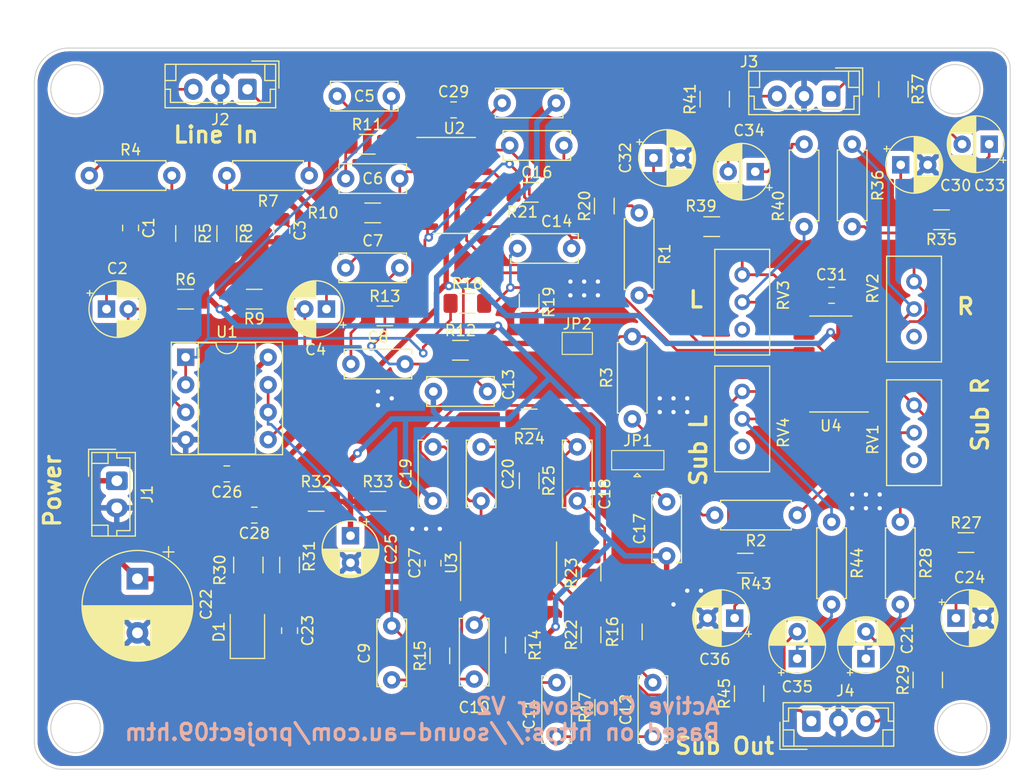
<source format=kicad_pcb>
(kicad_pcb (version 20221018) (generator pcbnew)
  (layers (0 "F.Cu" signal) (31 "B.Cu" signal) (34 "B.Paste" user) (35 "F.Paste" user) (36 "B.SilkS" user "B.Silkscreen") (37 "F.SilkS" user "F.Silkscreen") (38 "B.Mask" user) (39 "F.Mask" user) (44 "Edge.Cuts" user))
  (net 0 "")
  (net 1 "Net-(C1-Pad1)")
  (net 2 "VDD")
  (net 3 "Net-(U1A-+)")
  (net 4 "Net-(C3-Pad1)")
  (net 5 "Net-(U1B-+)")
  (net 6 "/Left HPF/in")
  (net 7 "Net-(C5-Pad2)")
  (net 8 "Net-(U2A-+)")
  (net 9 "/Left HPF/HPF Stage 2/in")
  (net 10 "Net-(C7-Pad2)")
  (net 11 "Net-(U2B-+)")
  (net 12 "/Right HPF/in")
  (net 13 "Net-(C10-Pad1)")
  (net 14 "Net-(U3A-+)")
  (net 15 "/Right HPF/HPF Stage 2/in")
  (net 16 "Net-(C11-Pad2)")
  (net 17 "Net-(U3B-+)")
  (net 18 "GNDREF")
  (net 19 "Net-(U2C-+)")
  (net 20 "Net-(C14-Pad1)")
  (net 21 "/Left LPF/LPF Stage 1/out")
  (net 22 "Net-(U2D-+)")
  (net 23 "Net-(C16-Pad1)")
  (net 24 "/Left LPF/out")
  (net 25 "Net-(U3C-+)")
  (net 26 "Net-(C18-Pad1)")
  (net 27 "/Right LPF/LPF Stage 1/out")
  (net 28 "Net-(U3D-+)")
  (net 29 "Net-(C20-Pad1)")
  (net 30 "/Right LPF/out")
  (net 31 "Net-(C21-Pad1)")
  (net 32 "/sub gain/out")
  (net 33 "VCC")
  (net 34 "/Power/Vin")
  (net 35 "Net-(C33-Pad1)")
  (net 36 "/Right gain/out")
  (net 37 "Net-(C34-Pad1)")
  (net 38 "/Left Gain/out")
  (net 39 "Net-(C35-Pad1)")
  (net 40 "/Sub Gain Stereo/out")
  (net 41 "Net-(D1-A)")
  (net 42 "/Left Input Buffer/In")
  (net 43 "/Right Input Buffer/In")
  (net 44 "Net-(JP1-A)")
  (net 45 "Net-(JP1-B)")
  (net 46 "/Sub Gain Stereo/in")
  (net 47 "/sub gain/in")
  (net 48 "/Left Gain/in")
  (net 49 "/Right HPF/out")
  (net 50 "Net-(U4C--)")
  (net 51 "Net-(R28-Pad1)")
  (net 52 "Net-(U4B--)")
  (net 53 "Net-(R36-Pad1)")
  (net 54 "Net-(U4A--)")
  (net 55 "Net-(R40-Pad1)")
  (net 56 "Net-(U4D--)")
  (net 57 "Net-(R44-Pad1)")
  (net 62 "Net-(C24-Pad1)")
  (net 63 "Net-(C30-Pad1)")
  (net 64 "Net-(C32-Pad1)")
  (net 65 "Net-(C36-Pad1)")
  (footprint "Resistor_SMD:R_1206_3216Metric_Pad1.30x1.75mm_HandSolder" (layer "F.Cu") (at 85.68 73.66 90)
    (fp_text reference "R20")
    (fp_text value "20K")
  )
  (footprint "Resistor_SMD:R_1206_3216Metric_Pad1.30x1.75mm_HandSolder" (layer "F.Cu") (at 88.265 113.03 90)
    (fp_text reference "R16")
    (fp_text value "39K")
  )
  (footprint "Resistor_SMD:R_1206_3216Metric_Pad1.30x1.75mm_HandSolder" (layer "F.Cu") (at 46.99 76.2 -90)
    (fp_text reference "R5")
    (fp_text value "22K")
  )
  (footprint "Capacitor_THT:C_Disc_D6.0mm_W2.5mm_P5.00mm" (layer "F.Cu") (at 66.04 112.475 -90)
    (fp_text reference "C9")
    (fp_text value "33nf")
  )
  (footprint "Capacitor_THT:CP_Radial_D5.0mm_P2.50mm" (layer "F.Cu") (at 118.1749 111.76)
    (fp_text reference "C24")
    (fp_text value "10u")
  )
  (footprint "Capacitor_THT:C_Disc_D6.0mm_W2.5mm_P5.00mm" (layer "F.Cu") (at 91.44 106.005 90)
    (fp_text reference "C17")
    (fp_text value "33nf")
  )
  (footprint "Capacitor_THT:C_Disc_D6.0mm_W2.5mm_P5.00mm" (layer "F.Cu") (at 69.85 100.925 90)
    (fp_text reference "C19")
    (fp_text value "33nf")
  )
  (footprint "Connector_JST:JST_EH_B3B-EH-A_1x03_P2.50mm_Vertical" (layer "F.Cu") (at 106.64 63.5 180)
    (fp_text reference "J3")
    (fp_text value "Tweeter Out")
  )
  (footprint "Capacitor_THT:CP_Radial_D5.0mm_P2.50mm" (layer "F.Cu") (at 90.2349 69.215)
    (fp_text reference "C32")
    (fp_text value "10u")
  )
  (footprint "Resistor_THT:R_Axial_DIN0207_L6.3mm_D2.5mm_P7.62mm_Horizontal" (layer "F.Cu") (at 108.585 67.945 -90)
    (fp_text reference "R36")
    (fp_text value "100")
  )
  (footprint "Capacitor_SMD:C_0805_2012Metric_Pad1.18x1.45mm_HandSolder" (layer "F.Cu") (at 71.755 64.77)
    (fp_text reference "C29")
    (fp_text value "100n")
  )
  (footprint "Capacitor_THT:CP_Radial_D5.0mm_P2.50mm" (layer "F.Cu") (at 99.6301 70.485 180)
    (fp_text reference "C34")
    (fp_text value "2.2U")
  )
  (footprint "Resistor_SMD:R_1206_3216Metric_Pad1.30x1.75mm_HandSolder" (layer "F.Cu") (at 98.705 106.68)
    (fp_text reference "R43")
    (fp_text value "10K")
  )
  (footprint "Capacitor_THT:C_Disc_D6.0mm_W2.5mm_P5.00mm" (layer "F.Cu") (at 66 63.5 180)
    (fp_text reference "C5")
    (fp_text value "33nf")
  )
  (footprint "Resistor_SMD:R_1210_3225Metric_Pad1.30x2.65mm_HandSolder" (layer "F.Cu") (at 115.57 117.475 90)
    (fp_text reference "R29")
    (fp_text value "4.7K")
  )
  (footprint "Resistor_SMD:R_1206_3216Metric_Pad1.30x1.75mm_HandSolder" (layer "F.Cu") (at 46.99 82.27)
    (fp_text reference "R6")
    (fp_text value "22K")
  )
  (footprint "Capacitor_THT:C_Disc_D6.0mm_W2.5mm_P5.00mm" (layer "F.Cu") (at 90.17 122.715 90)
    (fp_text reference "C12")
    (fp_text value "33nf")
  )
  (footprint "Package_SO:SOIC-14_3.9x8.7mm_P1.27mm" (layer "F.Cu") (at 106.615 88.265 180)
    (fp_text reference "U4")
    (fp_text value "TL074")
  )
  (footprint "Resistor_THT:R_Axial_DIN0207_L6.3mm_D2.5mm_P7.62mm_Horizontal" (layer "F.Cu") (at 113.03 102.87 -90)
    (fp_text reference "R28")
    (fp_text value "100")
  )
  (footprint "Capacitor_THT:C_Disc_D6.0mm_W2.5mm_P5.00mm" (layer "F.Cu") (at 74.295 95.925 -90)
    (fp_text reference "C20")
    (fp_text value "66nf")
  )
  (footprint "Resistor_SMD:R_1206_3216Metric_Pad1.30x1.75mm_HandSolder" (layer "F.Cu") (at 78.74 93.345 180)
    (fp_text reference "R24")
    (fp_text value "20K")
  )
  (footprint "Resistor_THT:R_Axial_DIN0207_L6.3mm_D2.5mm_P7.62mm_Horizontal" (layer "F.Cu") (at 38.1 70.84)
    (fp_text reference "R4")
    (fp_text value "100")
  )
  (footprint "Resistor_SMD:R_1206_3216Metric_Pad1.30x1.75mm_HandSolder" (layer "F.Cu") (at 78.85 72.39 180)
    (fp_text reference "R21")
    (fp_text value "20K")
  )
  (footprint "Resistor_SMD:R_1210_3225Metric_Pad1.30x2.65mm_HandSolder" (layer "F.Cu") (at 95.885 63.78 90)
    (fp_text reference "R41")
    (fp_text value "4.7K")
  )
  (footprint "Resistor_THT:R_Axial_DIN0207_L6.3mm_D2.5mm_P7.62mm_Horizontal" (layer "F.Cu") (at 88.265 93.345 90)
    (fp_text reference "R3")
    (fp_text value "100")
  )
  (footprint "Resistor_SMD:R_1206_3216Metric_Pad1.30x1.75mm_HandSolder" (layer "F.Cu") (at 77.47 114.26 -90)
    (fp_text reference "R14")
    (fp_text value "39K")
  )
  (footprint "LED_SMD:LED_1210_3225Metric_Pad1.42x2.65mm_HandSolder" (layer "F.Cu") (at 52.705 113.03 90)
    (fp_text reference "D1")
    (fp_text value "LED")
  )
  (footprint "Resistor_SMD:R_1210_3225Metric_Pad1.30x2.65mm_HandSolder" (layer "F.Cu") (at 52.79 106.8437 -90)
    (fp_text reference "R30")
    (fp_text value "2.2K")
  )
  (footprint "Resistor_SMD:R_1206_3216Metric_Pad1.30x1.75mm_HandSolder" (layer "F.Cu") (at 78.74 82.55 -90)
    (fp_text reference "R19")
    (fp_text value "20K")
  )
  (footprint "Resistor_SMD:R_1206_3216Metric_Pad1.30x1.75mm_HandSolder" (layer "F.Cu") (at 56.6 106.8437 -90)
    (fp_text reference "R31")
    (fp_text value "1K")
  )
  (footprint "Capacitor_THT:CP_Radial_D5.0mm_P2.50mm" (layer "F.Cu") (at 113.07 69.85)
    (fp_text reference "C30")
    (fp_text value "10u")
  )
  (footprint "Resistor_SMD:R_1206_3216Metric_Pad1.30x1.75mm_HandSolder" (layer "F.Cu") (at 64.77 100.965)
    (fp_text reference "R33")
    (fp_text value "39K")
  )
  (footprint "Connector_JST:JST_EH_B3B-EH-A_1x03_P2.50mm_Vertical" (layer "F.Cu") (at 104.815 121.285)
    (fp_text reference "J4")
    (fp_text value "Sub Out")
  )
  (footprint "Capacitor_THT:CP_Radial_D5.0mm_P2.50mm" (layer "F.Cu") (at 62.23 104.14 -90)
    (fp_text reference "C25")
    (fp_text value "10u")
  )
  (footprint "Potentiometer_THT:Potentiometer_Bourns_3386C_Horizontal" (layer "F.Cu") (at 98.425 90.805)
    (fp_text reference "RV4")
    (fp_text value "10K")
  )
  (footprint "Potentiometer_THT:Potentiometer_Bourns_3386C_Horizontal" (layer "F.Cu") (at 114.3 80.645)
    (fp_text reference "RV2")
    (fp_text value "10K")
  )
  (footprint "Resistor_SMD:R_1206_3216Metric_Pad1.30x1.75mm_HandSolder" (layer "F.Cu") (at 119.1 104.775)
    (fp_text reference "R27")
    (fp_text value "10K")
  )
  (footprint "Capacitor_SMD:C_0805_2012Metric_Pad1.18x1.45mm_HandSolder" (layer "F.Cu") (at 56.6 112.9137 -90)
    (fp_text reference "C23")
    (fp_text value "100n")
  )
  (footprint "Capacitor_THT:C_Disc_D6.0mm_W2.5mm_P5.00mm" (layer "F.Cu") (at 61.785 71.12)
    (fp_text reference "C6")
    (fp_text value "33nf")
  )
  (footprint "Resistor_THT:R_Axial_DIN0207_L6.3mm_D2.5mm_P7.62mm_Horizontal" (layer "F.Cu") (at 104.14 75.565 90)
    (fp_text reference "R40")
    (fp_text value "100")
  )
  (footprint "Capacitor_THT:CP_Radial_D5.0mm_P2.50mm" (layer "F.Cu") (at 109.855 115.5051 90)
    (fp_text reference "C21")
    (fp_text value "2.2U")
  )
  (footprint "Capacitor_SMD:C_0805_2012Metric_Pad1.18x1.45mm_HandSolder" (layer "F.Cu") (at 41.91 75.6875 -90)
    (fp_text reference "C1")
    (fp_text value "1n")
  )
  (footprint "Resistor_SMD:R_1206_3216Metric_Pad1.30x1.75mm_HandSolder" (layer "F.Cu") (at 95.605 75.565 180)
    (fp_text reference "R39")
    (fp_text value "10K")
  )
  (footprint "Resistor_SMD:R_1210_3225Metric_Pad1.30x2.65mm_HandSolder" (layer "F.Cu") (at 112.395 62.865 -90)
    (fp_text reference "R37")
    (fp_text value "4.7K")
  )
  (footprint "Resistor_SMD:R_1206_3216Metric_Pad1.30x1.75mm_HandSolder" (layer "F.Cu") (at 85.725 120.015 90)
    (fp_text reference "R17")
    (fp_text value "20K")
  )
  (footprint "Capacitor_SMD:C_0805_2012Metric_Pad1.18x1.45mm_HandSolder" (layer "F.Cu") (at 53.34 102.235 180)
    (fp_text reference "C28")
    (fp_text value "1n")
  )
  (footprint "Resistor_SMD:R_1206_3216Metric_Pad1.30x1.75mm_HandSolder" (layer "F.Cu") (at 70.485 115.25 90)
    (fp_text reference "R15")
    (fp_text value "20K")
  )
  (footprint "Resistor_SMD:R_1206_3216Metric_Pad1.30x1.75mm_HandSolder" (layer "F.Cu") (at 116.84 74.93 180)
    (fp_text reference "R35")
    (fp_text value "10K")
  )
  (footprint "Resistor_SMD:R_1206_3216Metric_Pad1.30x1.75mm_HandSolder" (layer "F.Cu") (at 53.34 82.27 180)
    (fp_text reference "R9")
    (fp_text value "22K")
  )
  (footprint "Capacitor_THT:CP_Radial_D5.0mm_P2.50mm" (layer "F.Cu") (at 103.505 115.5051 90)
    (fp_text reference "C35")
    (fp_text value "2.2U")
  )
  (footprint "Resistor_SMD:R_1206_3216Metric_Pad1.30x1.75mm_HandSolder" (layer "F.Cu") (at 64.285 74.295 180)
    (fp_text reference "R10")
    (fp_text value "39K")
  )
  (footprint "Capacitor_THT:C_Disc_D6.0mm_W2.5mm_P5.00mm" (layer "F.Cu") (at 81.945 68.055 180)
    (fp_text reference "C16")
    (fp_text value "66nf")
  )
  (footprint "Jumper:SolderJumper-2_P1.3mm_Open_RoundedPad1.0x1.5mm" (layer "F.Cu") (at 83.185 86.36)
    (fp_text reference "JP2")
    (fp_text value "Sub Mono")
  )
  (footprint "Capacitor_THT:C_Disc_D6.0mm_W2.5mm_P5.00mm" (layer "F.Cu") (at 81.24 64.135 180)
    (fp_text reference "C15" hide)
    (fp_text value "33nf")
  )
  (footprint "Potentiometer_THT:Potentiometer_Bourns_3386C_Horizontal" (layer "F.Cu") (at 114.3 92.075)
    (fp_text reference "RV1")
    (fp_text value "10K")
  )
  (footprint "Capacitor_THT:CP_Radial_D5.0mm_P2.50mm" (layer "F.Cu") (at 97.7251 111.76 180)
    (fp_text reference "C36")
    (fp_text value "10u")
  )
  (footprint "Package_SO:SOIC-14_3.9x8.7mm_P1.27mm" (layer "F.Cu") (at 76.835 106.68 90)
    (fp_text reference "U3")
    (fp_text value "TL074")
  )
  (footprint "Resistor_SMD:R_1206_3216Metric_Pad1.30x1.75mm_HandSolder" (layer "F.Cu") (at 84.455 113.31 90)
    (fp_text reference "R22")
    (fp_text value "20K")
  )
  (footprint "Capacitor_THT:C_Disc_D6.0mm_W2.5mm_P5.00mm" (layer "F.Cu") (at 69.89 90.805)
    (fp_text reference "C13")
    (fp_text value "33nf")
  )
  (footprint "Capacitor_THT:C_Disc_D6.0mm_W2.5mm_P5.00mm" (layer "F.Cu") (at 77.66 77.58)
    (fp_text reference "C14")
    (fp_text value "66nf")
  )
  (footprint "Capacitor_SMD:C_0805_2012Metric_Pad1.18x1.45mm_HandSolder" (layer "F.Cu") (at 106.68 81.915 180)
    (fp_text reference "C31")
    (fp_text value "100n")
  )
  (footprint "Potentiometer_THT:Potentiometer_Bourns_3386C_Horizontal" (layer "F.Cu") (at 98.425 80.01)
    (fp_text reference "RV3")
    (fp_text value "10K")
  )
  (footprint "Resistor_SMD:R_1206_3216Metric_Pad1.30x1.75mm_HandSolder" (layer "F.Cu") (at 78.74 99.06 -90)
    (fp_text reference "R25")
    (fp_text value "20K")
  )
  (footprint "Package_SO:SOIC-14_3.9x8.7mm_P1.27mm" (layer "F.Cu") (at 71.82 71.755)
    (fp_text reference "U2")
    (fp_text value "TL074")
  )
  (footprint "Package_DIP:DIP-8_W7.62mm_Socket" (layer "F.Cu") (at 47 87.64)
    (fp_text reference "U1")
    (fp_text value "TL072")
  )
  (footprint "Capacitor_THT:C_Disc_D6.0mm_W2.5mm_P5.00mm" (layer "F.Cu") (at 81.28 117.715 -90)
    (fp_text reference "C11")
    (fp_text value "33nf")
  )
  (footprint "Resistor_SMD:R_1206_3216Metric_Pad1.30x1.75mm_HandSolder" (layer "F.Cu") (at 59.055 100.965)
    (fp_text reference "R32")
    (fp_text value "39K")
  )
  (footprint "Capacitor_SMD:C_0805_2012Metric_Pad1.18x1.45mm_HandSolder" (layer "F.Cu") (at 55.88 75.92 -90)
    (fp_text reference "C3")
    (fp_text value "1n")
  )
  (footprint "Resistor_SMD:R_1206_3216Metric_Pad1.30x1.75mm_HandSolder" (layer "F.Cu") (at 84.455 107.595 90)
    (fp_text reference "R23")
    (fp_text value "20K")
  )
  (footprint "Resistor_SMD:R_1206_3216Metric_Pad1.30x1.75mm_HandSolder" (layer "F.Cu") (at 72.39 86.995)
    (fp_text reference "R12")
    (fp_text value "39K")
  )
  (footprint "Resistor_THT:R_Axial_DIN0207_L6.3mm_D2.5mm_P7.62mm_Horizontal" (layer "F.Cu") (at 58.42 70.84 180)
    (fp_text reference "R7")
    (fp_text value "100")
  )
  (footprint "Resistor_SMD:R_1210_3225Metric_Pad1.30x2.65mm_HandSolder" (layer "F.Cu") (at 99.06 118.745 90)
    (fp_text reference "R45")
    (fp_text value "4.7K")
  )
  (footprint "Capacitor_SMD:C_0805_2012Metric_Pad1.18x1.45mm_HandSolder" (layer "F.Cu") (at 50.8 98.425 180)
    (fp_text reference "C26")
    (fp_text value "100n")
  )
  (footprint "Resistor_THT:R_Axial_DIN0207_L6.3mm_D2.5mm_P7.62mm_Horizontal" (layer "F.Cu") (at 103.505 102.235 180)
    (fp_text reference "R2")
    (fp_text value "100")
  )
  (footprint "Capacitor_THT:CP_Radial_D5.0mm_P2.50mm" (layer "F.Cu") (at 121.245 67.945 180)
    (fp_text reference "C33")
    (fp_text value "2.2U")
  )
  (footprint "Capacitor_THT:C_Disc_D6.0mm_W2.5mm_P5.00mm" (layer "F.Cu") (at 61.785 79.375)
    (fp_text reference "C7")
    (fp_text value "33nf")
  )
  (footprint "Resistor_THT:R_Axial_DIN0207_L6.3mm_D2.5mm_P7.62mm_Horizontal" (layer "F.Cu") (at 88.9 74.295 -90)
    (fp_text reference "R1")
    (fp_text value "100")
  )
  (footprint "Capacitor_THT:C_Disc_D6.0mm_W2.5mm_P5.00mm" (layer "F.Cu") (at 62.27 88.265)
    (fp_text reference "C8")
    (fp_text value "33nf")
  )
  (footprint "Connector_JST:JST_EH_B2B-EH-A_1x02_P2.50mm_Vertical" (layer "F.Cu") (at 40.64 99.06 -90)
    (fp_text reference "J1")
    (fp_text value "Power In")
  )
  (footprint "Resistor_SMD:R_1206_3216Metric_Pad1.30x1.75mm_HandSolder" (layer "F.Cu") (at 65.405 83.82)
    (fp_text reference "R13")
    (fp_text value "20K")
  )
  (footprint "Resistor_SMD:R_1206_3216Metric_Pad1.30x1.75mm_HandSolder" (layer "F.Cu") (at 73.025 82.66)
    (fp_text reference "R18")
    (fp_text value "20K")
  )
  (footprint "Capacitor_THT:CP_Radial_D10.0mm_P5.00mm" (layer "F.Cu") (at 42.545 108.1223 -90)
    (fp_text reference "C22")
    (fp_text value "1000uF")
  )
  (footprint "Capacitor_THT:C_Disc_D6.0mm_W2.5mm_P5.00mm" (layer "F.Cu") (at 73.66 117.395 90)
    (fp_text reference "C10")
    (fp_text value "33nf")
  )
  (footprint "Resistor_THT:R_Axial_DIN0207_L6.3mm_D2.5mm_P7.62mm_Horizontal" (layer "F.Cu") (at 106.68 102.87 -90)
    (fp_text reference "R44")
    (fp_text value "100")
  )
  (footprint "Resistor_SMD:R_1206_3216Metric_Pad1.30x1.75mm_HandSolder" (layer "F.Cu") (at 50.8 76.2 -90)
    (fp_text reference "R8")
    (fp_text value "22K")
  )
  (footprint "Connector_JST:JST_EH_B3B-EH-A_1x03_P2.50mm_Vertical" (layer "F.Cu") (at 52.705 62.865 180)
    (fp_text reference "J2")
    (fp_text value "Line In")
  )
  (footprint "Capacitor_THT:C_Disc_D6.0mm_W2.5mm_P5.00mm" (layer "F.Cu") (at 83.185 100.925 90)
    (fp_text reference "C18")
    (fp_text value "66nf")
  )
  (footprint "Capacitor_THT:CP_Radial_D5.0mm_P2.00mm" (layer "F.Cu") (at 39.6849 83.185)
    (fp_text reference "C2")
    (fp_text value "4.7uF")
  )
  (footprint "Capacitor_THT:CP_Radial_D5.0mm_P2.00mm" (layer "F.Cu") (at 60.0101 83.185 180)
    (fp_text reference "C4")
    (fp_text value "4.7uF")
  )
  (footprint "Jumper:SolderJumper-3_P1.3mm_Open_RoundedPad1.0x1.5mm" (layer "F.Cu") (at 88.773 97.155)
    (fp_text reference "JP1")
    (fp_text value "Sub Stereo/Mono")
  )
  (footprint "Resistor_SMD:R_1206_3216Metric_Pad1.30x1.75mm_HandSolder" (layer "F.Cu") (at 63.78 67.945)
    (fp_text reference "R11")
    (fp_text value "20K")
  )
  (footprint "Capacitor_SMD:C_0805_2012Metric_Pad1.18x1.45mm_HandSolder" (layer "F.Cu") (at 69.85 106.68 90)
    (fp_text reference "C27")
    (fp_text value "100n")
  )
  (gr_arc (start 33.02 62.23) (mid 33.949936 59.984936) (end 36.195 59.055) (stroke (width 0.1)) (layer "Edge.Cuts"))
  (gr_line (start 120.015 125.73) (end 35.56 125.73) (stroke (width 0.1)) (layer "Edge.Cuts"))
  (gr_circle (center 118.11 62.865) (end 119.38 64.77) (stroke (width 0.1)) (fill none) (layer "Edge.Cuts"))
  (gr_line (start 33.02 62.23) (end 33.02 123.19) (stroke (width 0.1)) (layer "Edge.Cuts"))
  (gr_arc (start 121.285 59.055) (mid 122.632038 59.612962) (end 123.19 60.96) (stroke (width 0.1)) (layer "Edge.Cuts"))
  (gr_circle (center 36.83 121.92) (end 38.1 123.825) (stroke (width 0.1)) (fill none) (layer "Edge.Cuts"))
  (gr_arc (start 35.56 125.73) (mid 33.763949 124.986051) (end 33.02 123.19) (stroke (width 0.1)) (layer "Edge.Cuts"))
  (gr_line (start 36.195 59.055) (end 121.285 59.055) (stroke (width 0.1)) (layer "Edge.Cuts"))
  (gr_line (start 123.19 60.96) (end 123.19 122.555) (stroke (width 0.1)) (layer "Edge.Cuts"))
  (gr_circle (center 118.745 121.92) (end 120.015 123.825) (stroke (width 0.1)) (fill none) (layer "Edge.Cuts"))
  (gr_arc (start 123.19 122.555) (mid 122.260064 124.800064) (end 120.015 125.73) (stroke (width 0.1)) (layer "Edge.Cuts"))
  (gr_circle (center 36.83 62.865) (end 38.1 64.77) (stroke (width 0.1)) (fill none) (layer "Edge.Cuts"))
  (gr_text "+" (at 39.37 95.25) (layer "F.Cu") (effects (font (size 1.5 1.5) (thickness 0.3) bold) (justify left bottom)))
  (gr_text "Active Crossover V2\nBased on https://sound-au.com/project09.htm" (at 96.52 123.19) (layer "B.SilkS") (effects (font (size 1.5 1.5) (thickness 0.3) bold) (justify left bottom mirror)))
  (gr_text "Sub Out" (at 92.075 124.46) (layer "F.SilkS") (effects (font (size 1.5 1.5) (thickness 0.3) bold) (justify left bottom)))
  (gr_text "Power" (at 35.56 103.505 90) (layer "F.SilkS") (effects (font (size 1.5 1.5) (thickness 0.3) bold) (justify left bottom)))
  (gr_text "Sub L" (at 95.25 99.695 90) (layer "F.SilkS") (effects (font (size 1.5 1.5) (thickness 0.3) bold) (justify left bottom)))
  (gr_text "Line In" (at 45.72 67.945) (layer "F.SilkS") (effects (font (size 1.5 1.5) (thickness 0.3) bold) (justify left bottom)))
  (gr_text "L" (at 93.345 83.185) (layer "F.SilkS") (effects (font (size 1.5 1.5) (thickness 0.3) bold) (justify left bottom)))
  (gr_text "R" (at 118.11 83.82) (layer "F.SilkS") (effects (font (size 1.5 1.5) (thickness 0.3) bold) (justify left bottom)))
  (gr_text "Sub R" (at 121.285 96.52 90) (layer "F.SilkS") (effects (font (size 1.5 1.5) (thickness 0.3) bold) (justify left bottom)))
  (segment (start 41.91 74.65) (end 39.6849 76.8751) (width 0.25) (layer "F.Cu") (net 1))
  (segment (start 41.91 74.65) (end 46.99 74.65) (width 0.25) (layer "F.Cu") (net 1))
  (segment (start 39.6849 76.8751) (end 39.6849 83.185) (width 0.25) (layer "F.Cu") (net 1))
  (segment (start 45.72 73.38) (end 46.99 74.65) (width 0.25) (layer "F.Cu") (net 1))
  (segment (start 45.72 70.84) (end 45.72 73.38) (width 0.25) (layer "F.Cu") (net 1))
  (via (at 83.82 80.645) (size 0.8) (drill 0.4) (layers "F.Cu" "B.Cu") (net 2))
  (via (at 111.125 101.6) (size 0.8) (drill 0.4) (layers "F.Cu" "B.Cu") (net 2))
  (via (at 93.345 109.22) (size 0.8) (drill 0.4) (layers "F.Cu" "B.Cu") (net 2))
  (via (at 108.585 101.6) (size 0.8) (drill 0.4) (layers "F.Cu" "B.Cu") (net 2))
  (via (at 69.215 103.505) (size 0.8) (drill 0.4) (layers "F.Cu" "B.Cu") (net 2))
  (via (at 67.945 103.505) (size 0.8) (drill 0.4) (layers "F.Cu" "B.Cu") (net 2))
  (via (at 90.805 92.71) (size 0.8) (drill 0.4) (layers "F.Cu" "B.Cu") (net 2))
  (via (at 108.585 100.33) (size 0.8) (drill 0.4) (layers "F.Cu" "B.Cu") (net 2))
  (via (at 66.04 91.44) (size 0.8) (drill 0.4) (layers "F.Cu" "B.Cu") (net 2))
  (via (at 82.55 80.645) (size 0.8) (drill 0.4) (layers "F.Cu" "B.Cu") (net 2))
  (via (at 64.77 90.805) (size 0.8) (drill 0.4) (layers "F.Cu" "B.Cu") (net 2))
  (via (at 92.075 110.49) (size 0.8) (drill 0.4) (layers "F.Cu" "B.Cu") (net 2))
  (via (at 92.075 92.71) (size 0.8) (drill 0.4) (layers "F.Cu" "B.Cu") (net 2))
  (via (at 111.125 100.33) (size 0.8) (drill 0.4) (layers "F.Cu" "B.Cu") (net 2))
  (via (at 109.855 100.33) (size 0.8) (drill 0.4) (layers "F.Cu" "B.Cu") (net 2))
  (via (at 85.09 80.645) (size 0.8) (drill 0.4) (layers "F.Cu" "B.Cu") (net 2))
  (via (at 64.77 92.075) (size 0.8) (drill 0.4) (layers "F.Cu" "B.Cu") (net 2))
  (via (at 94.615 109.22) (size 0.8) (drill 0.4) (layers "F.Cu" "B.Cu") (net 2))
  (via (at 82.55 81.915) (size 0.8) (drill 0.4) (layers "F.Cu" "B.Cu") (net 2))
  (via (at 83.82 81.915) (size 0.8) (drill 0.4) (layers "F.Cu" "B.Cu") (net 2))
  (via (at 90.805 91.44) (size 0.8) (drill 0.4) (layers "F.Cu" "B.Cu") (net 2))
  (via (at 70.485 103.505) (size 0.8) (drill 0.4) (layers "F.Cu" "B.Cu") (net 2))
  (via (at 93.345 91.44) (size 0.8) (drill 0.4) (layers "F.Cu" "B.Cu") (net 2))
  (via (at 109.855 101.6) (size 0.8) (drill 0.4) (layers "F.Cu" "B.Cu") (net 2))
  (via (at 85.09 81.915) (size 0.8) (drill 0.4) (layers "F.Cu" "B.Cu") (net 2))
  (via (at 93.345 92.71) (size 0.8) (drill 0.4) (layers "F.Cu" "B.Cu") (net 2))
  (via (at 92.075 91.44) (size 0.8) (drill 0.4) (layers "F.Cu" "B.Cu") (net 2))
  (segment (start 41.6849 87.4049) (end 47 92.72) (width 0.25) (layer "F.Cu") (net 3))
  (segment (start 41.6849 83.185) (end 41.6849 87.4049) (width 0.25) (layer "F.Cu") (net 3))
  (segment (start 41.6849 83.185) (end 44.525 83.185) (width 0.25) (layer "F.Cu") (net 3))
  (segment (start 44.525 83.185) (end 45.44 82.27) (width 0.25) (layer "F.Cu") (net 3))
  (segment (start 50.8 70.84) (end 50.8 74.65) (width 0.25) (layer "F.Cu") (net 4))
  (segment (start 55.88 74.8825) (end 60.0101 79.0126) (width 0.25) (layer "F.Cu") (net 4))
  (segment (start 60.0101 79.0126) (end 60.0101 83.185) (width 0.25) (layer "F.Cu") (net 4))
  (segment (start 50.8 74.65) (end 55.6475 74.65) (width 0.25) (layer "F.Cu") (net 4))
  (segment (start 55.6475 74.65) (end 55.88 74.8825) (width 0.25) (layer "F.Cu") (net 4))
  (segment (start 58.0101 83.185) (end 58.0101 91.8699) (width 0.25) (layer "F.Cu") (net 5))
  (segment (start 58.0101 91.8699) (end 54.62 95.26) (width 0.25) (layer "F.Cu") (net 5))
  (segment (start 58.0101 83.185) (end 55.805 83.185) (width 0.25) (layer "F.Cu") (net 5))
  (segment (start 55.805 83.185) (end 54.89 82.27) (width 0.25) (layer "F.Cu") (net 5))
  (segment (start 68.9523 87.2637) (end 68.9523 86.7118) (width 0.25) (layer "F.Cu") (net 6))
  (segment (start 71.475 84.1891) (end 71.475 82.66) (width 0.25) (layer "F.Cu") (net 6))
  (segment (start 68.9523 86.7118) (end 71.475 84.1891) (width 0.25) (layer "F.Cu") (net 6))
  (segment (start 47 87.64) (end 47 90.18) (width 0.25) (layer "F.Cu") (net 6))
  (via (at 68.9523 87.2637) (size 0.8) (drill 0.4) (layers "F.Cu" "B.Cu") (net 6))
  (segment (start 47 87.64) (end 48.1269 87.64) (width 0.25) (layer "B.Cu") (net 6))
  (segment (start 66 65.2967) (end 66 63.5) (width 0.25) (layer "B.Cu") (net 6))
  (segment (start 48.1269 87.64) (end 48.1269 86.8468) (width 0.25) (layer "B.Cu") (net 6))
  (segment (start 49.0877 85.886) (end 67.5746 85.886) (width 0.25) (layer "B.Cu") (net 6))
  (segment (start 49.0877 85.886) (end 49.0877 82.209) (width 0.25) (layer "B.Cu") (net 6))
  (segment (start 67.5746 85.886) (end 68.9523 87.2637) (width 0.25) (layer "B.Cu") (net 6))
  (segment (start 48.1269 86.8468) (end 49.0877 85.886) (width 0.25) (layer "B.Cu") (net 6))
  (segment (start 49.0877 82.209) (end 66 65.2967) (width 0.25) (layer "B.Cu") (net 6))
  (segment (start 61 63.5) (end 62.23 64.73) (width 0.25) (layer "F.Cu") (net 7))
  (segment (start 61.785 71.12) (end 61.785 68.39) (width 0.25) (layer "F.Cu") (net 7))
  (segment (start 62.23 64.73) (end 62.23 67.945) (width 0.25) (layer "F.Cu") (net 7))
  (segment (start 61.785 68.39) (end 62.23 67.945) (width 0.25) (layer "F.Cu") (net 7))
  (segment (start 67.42 70.485) (end 66.785 71.12) (width 0.25) (layer "F.Cu") (net 8))
  (segment (start 65.835 74.295) (end 66.785 73.345) (width 0.25) (layer "F.Cu") (net 8))
  (segment (start 66.785 73.345) (end 66.785 71.12) (width 0.25) (layer "F.Cu") (net 8))
  (segment (start 69.345 70.485) (end 67.42 70.485) (width 0.25) (layer "F.Cu") (net 8))
  (segment (start 69.345 69.215) (end 69.345 67.945) (width 0.25) (layer "F.Cu") (net 9))
  (segment (start 64.3469 76.8131) (end 61.785 79.375) (width 0.25) (layer "F.Cu") (net 9))
  (segment (start 65.33 67.945) (end 64.3469 68.9281) (width 0.25) (layer "F.Cu") (net 9))
  (segment (start 64.3469 68.9281) (end 64.3469 76.8131) (width 0.25) (layer "F.Cu") (net 9))
  (segment (start 69.345 67.945) (end 65.33 67.945) (width 0.25) (layer "F.Cu") (net 9))
  (segment (start 62.27 85.405) (end 62.27 88.265) (width 0.25) (layer "F.Cu") (net 10))
  (segment (start 63.855 82.305) (end 63.855 83.82) (width 0.25) (layer "F.Cu") (net 10))
  (segment (start 66.785 79.375) (end 63.855 82.305) (width 0.25) (layer "F.Cu") (net 10))
  (segment (start 63.855 83.82) (end 62.27 85.405) (width 0.25) (layer "F.Cu") (net 10))
  (segment (start 65.405 83.5097) (end 65.405 85.3748) (width 0.25) (layer "F.Cu") (net 11))
  (segment (start 65.405 85.3748) (end 64.1668 86.613) (width 0.25) (layer "F.Cu") (net 11))
  (segment (start 69.57 88.265) (end 70.84 86.995) (width 0.25) (layer "F.Cu") (net 11))
  (segment (start 67.9669 80.9478) (end 65.405 83.5097) (width 0.25) (layer "F.Cu") (net 11))
  (segment (start 68.9417 73.025) (end 67.9669 73.9998) (width 0.25) (layer "F.Cu") (net 11))
  (segment (start 69.345 73.025) (end 68.9417 73.025) (width 0.25) (layer "F.Cu") (net 11))
  (segment (start 67.27 88.265) (end 69.57 88.265) (width 0.25) (layer "F.Cu") (net 11))
  (segment (start 67.9669 73.9998) (end 67.9669 80.9478) (width 0.25) (layer "F.Cu") (net 11))
  (via (at 64.1668 86.613) (size 0.8) (drill 0.4) (layers "F.Cu" "B.Cu") (net 11))
  (segment (start 65.8188 88.265) (end 64.1668 86.613) (width 0.25) (layer "B.Cu") (net 11))
  (segment (start 67.27 88.265) (end 65.8188 88.265) (width 0.25) (layer "B.Cu") (net 11))
  (segment (start 77.5487 119.459) (end 86.5872 119.459) (width 0.25) (layer "F.Cu") (net 12))
  (segment (start 66.04 112.475) (end 68.6157 115.051) (width 0.25) (layer "F.Cu") (net 12))
  (segment (start 68.6157 115.051) (end 73.1408 115.051) (width 0.25) (layer "F.Cu") (net 12))
  (segment (start 86.9407 119.105) (end 86.9407 117.346) (width 0.25) (layer "F.Cu") (net 12))
  (segment (start 73.1408 115.051) (end 77.5487 119.459) (width 0.25) (layer "F.Cu") (net 12))
  (segment (start 86.5872 119.459) (end 86.9407 119.105) (width 0.25) (layer "F.Cu") (net 12))
  (segment (start 86.9407 117.346) (end 84.455 114.86) (width 0.25) (layer "F.Cu") (net 12))
  (segment (start 54.62 92.72) (end 54.62 90.18) (width 0.25) (layer "F.Cu") (net 12))
  (segment (start 54.9017 93.8469) (end 66.04 104.985) (width 0.25) (layer "B.Cu") (net 12))
  (segment (start 54.62 92.72) (end 54.62 93.8469) (width 0.25) (layer "B.Cu") (net 12))
  (segment (start 54.62 93.8469) (end 54.9017 93.8469) (width 0.25) (layer "B.Cu") (net 12))
  (segment (start 66.04 104.985) (end 66.04 112.475) (width 0.25) (layer "B.Cu") (net 12))
  (segment (start 69.81 117.475) (end 70.485 116.8) (width 0.25) (layer "F.Cu") (net 13))
  (segment (start 66.04 117.475) (end 69.81 117.475) (width 0.25) (layer "F.Cu") (net 13))
  (segment (start 71.08 117.395) (end 70.485 116.8) (width 0.25) (layer "F.Cu") (net 13))
  (segment (start 73.66 117.395) (end 71.08 117.395) (width 0.25) (layer "F.Cu") (net 13))
  (segment (start 74.5922 111.463) (end 75.565 111.463) (width 0.25) (layer "F.Cu") (net 14))
  (segment (start 76.2228 111.463) (end 77.47 112.71) (width 0.25) (layer "F.Cu") (net 14))
  (segment (start 75.565 109.155) (end 75.565 111.463) (width 0.25) (layer "F.Cu") (net 14))
  (segment (start 73.66 112.395) (end 74.5922 111.463) (width 0.25) (layer "F.Cu") (net 14))
  (segment (start 75.565 111.463) (end 76.2228 111.463) (width 0.25) (layer "F.Cu") (net 14))
  (segment (start 81.28 117.715) (end 76.5191 117.715) (width 0.25) (layer "F.Cu") (net 15))
  (segment (start 74.295 109.155) (end 73.025 109.155) (width 0.25) (layer "F.Cu") (net 15))
  (segment (start 76.5191 117.715) (end 72.5041 113.7) (width 0.25) (layer "F.Cu") (net 15))
  (segment (start 72.5041 109.676) (end 72.5041 113.7) (width 0.25) (layer "F.Cu") (net 15))
  (segment (start 72.5041 113.7) (end 70.485 113.7) (width 0.25) (layer "F.Cu") (net 15))
  (segment (start 73.025 109.155) (end 72.5041 109.676) (width 0.25) (layer "F.Cu") (net 15))
  (segment (start 90.17 122.715) (end 86.875 122.715) (width 0.25) (layer "F.Cu") (net 16))
  (segment (start 81.28 122.715) (end 84.575 122.715) (width 0.25) (layer "F.Cu") (net 16))
  (segment (start 84.575 122.715) (end 85.725 121.565) (width 0.25) (layer "F.Cu") (net 16))
  (segment (start 86.875 122.715) (end 85.725 121.565) (width 0.25) (layer "F.Cu") (net 16))
  (segment (start 78.105 109.155) (end 78.105 108.773) (width 0.25) (layer "F.Cu") (net 17))
  (segment (start 83.2415 110.087) (end 83.2415 112.396) (width 0.25) (layer "F.Cu") (net 17))
  (segment (start 90.17 117.715) (end 88.265 115.81) (width 0.25) (layer "F.Cu") (net 17))
  (segment (start 78.105 108.773) (end 79.0475 107.83) (width 0.25) (layer "F.Cu") (net 17))
  (segment (start 86.6688 112.984) (end 88.265 114.58) (width 0.25) (layer "F.Cu") (net 17))
  (segment (start 83.8292 112.984) (end 86.6688 112.984) (width 0.25) (layer "F.Cu") (net 17))
  (segment (start 79.0475 107.83) (end 80.985 107.83) (width 0.25) (layer "F.Cu") (net 17))
  (segment (start 88.265 115.81) (end 88.265 114.58) (width 0.25) (layer "F.Cu") (net 17))
  (segment (start 83.2415 112.396) (end 83.8292 112.984) (width 0.25) (layer "F.Cu") (net 17))
  (segment (start 80.985 107.83) (end 83.2415 110.087) (width 0.25) (layer "F.Cu") (net 17))
  (segment (start 81.1836 112.542) (end 77.9161 115.81) (width 0.5) (layer "F.Cu") (net 18))
  (segment (start 60.605 100.965) (end 61.595 100.965) (width 0.5) (layer "F.Cu") (net 18))
  (segment (start 48.895 82.27) (end 49.25 82.27) (width 0.5) (layer "F.Cu") (net 18))
  (segment (start 53.9219 69.2359) (end 58.981 74.295) (width 0.5) (layer "F.Cu") (net 18))
  (segment (start 75.299 86.36) (end 82.423 86.36) (width 0.5) (layer "F.Cu") (net 18))
  (segment (start 61.595 100.965) (end 62.23 101.6) (width 0.5) (layer "F.Cu") (net 18))
  (segment (start 62.23 100.965) (end 63.22 100.965) (width 0.5) (layer "F.Cu") (net 18))
  (segment (start 49.25 82.27) (end 50.165 83.185) (width 0.5) (layer "F.Cu") (net 18))
  (segment (start 58.981 74.295) (end 62.735 74.295) (width 0.5) (layer "F.Cu") (net 18))
  (segment (start 74.7595 85.8205) (end 75.845 84.735) (width 0.5) (layer "F.Cu") (net 18))
  (segment (start 73.94 86.64) (end 74.7595 85.8205) (width 0.5) (layer "F.Cu") (net 18))
  (segment (start 62.23 97.155) (end 62.865 96.52) (width 0.5) (layer "F.Cu") (net 18))
  (segment (start 50.165 83.185) (end 50.875 83.185) (width 0.5) (layer "F.Cu") (net 18))
  (segment (start 74.7595 85.8205) (end 75.299 86.36) (width 0.5) (layer "F.Cu") (net 18))
  (segment (start 61.595 100.965) (end 62.23 100.965) (width 0.5) (layer "F.Cu") (net 18))
  (segment (start 50.1947 69.2359) (end 53.9219 69.2359) (width 0.5) (layer "F.Cu") (net 18))
  (segment (start 50.875 83.185) (end 51.79 82.27) (width 0.5) (layer "F.Cu") (net 18))
  (segment (start 62.23 100.965) (end 62.23 97.155) (width 0.5) (layer "F.Cu") (net 18))
  (segment (start 91.44 108.305) (end 91.44 106.005) (width 0.5) (layer "F.Cu") (net 18))
  (segment (start 48.54 82.27) (end 48.895 82.27) (width 0.5) (layer "F.Cu") (net 18))
  (segment (start 48.895 70.5356) (end 50.1947 69.2359) (width 0.5) (layer "F.Cu") (net 18))
  (segment (start 77.9161 115.81) (end 77.47 115.81) (width 0.5) (layer "F.Cu") (net 18))
  (segment (start 48.895 82.27) (end 48.895 70.5356) (width 0.5) (layer "F.Cu") (net 18))
  (segment (start 62.23 101.6) (end 62.23 104.14) (width 0.5) (layer "F.Cu") (net 18))
  (segment (start 73.94 86.995) (end 73.94 86.64) (width 0.5) (layer "F.Cu") (net 18))
  (segment (start 88.265 111.48) (end 91.44 108.305) (width 0.5) (layer "F.Cu") (net 18))
  (via (at 62.865 96.52) (size 0.8) (drill 0.4) (layers "F.Cu" "B.Cu") (net 18))
  (via (at 81.1836 112.542) (size 0.8) (drill 0.4) (layers "F.Cu" "B.Cu") (net 18))
  (via (at 75.845 84.735) (size 0.8) (drill 0.4) (layers "F.Cu" "B.Cu") (net 18))
  (via (at 50.165 83.185) (size 0.8) (drill 0.4) (layers "F.Cu" "B.Cu") (net 18))
  (segment (start 70.1899 80.218) (end 79.445 70.9629) (width 0.5) (layer "B.Cu") (net 18))
  (segment (start 70.1899 84.735) (end 70.1899 80.218) (width 0.5) (layer "B.Cu") (net 18))
  (segment (start 69.89 92.66) (end 69.89 90.805) (width 0.5) (layer "B.Cu") (net 18))
  (segment (start 86.34 104.755) (end 81.1836 109.911) (width 0.5) (layer "B.Cu") (net 18))
  (segment (start 70.575 93.345) (end 76.835 93.345) (width 0.5) (layer "B.Cu") (net 18))
  (segment (start 75.845 84.735) (end 70.1899 84.735) (width 0.5) (layer "B.Cu") (net 18))
  (segment (start 81.1836 109.911) (end 81.1836 112.542) (width 0.5) (layer "B.Cu") (net 18))
  (segment (start 79.445 65.93) (end 81.24 64.135) (width 0.5) (layer "B.Cu") (net 18))
  (segment (start 67.31 93.345) (end 67.31 98.385) (width 0.5) (layer "B.Cu") (net 18))
  (segment (start 62.865 96.52) (end 66.04 93.345) (width 0.5) (layer "B.Cu") (net 18))
  (segment (start 66.04 93.345) (end 67.31 93.345) (width 0.5) (layer "B.Cu") (net 18))
  (segment (start 80.645 89.535) (end 75.845 84.735) (width 0.5) (layer "B.Cu") (net 18))
  (segment (start 80.645 89.535) (end 85.09 93.98) (width 0.5) (layer "B.Cu") (net 18))
  (segment (start 87.59 106.005) (end 91.44 106.005) (width 0.5) (layer "B.Cu") (net 18))
  (segment (start 76.835 93.345) (end 80.645 89.535) (width 0.5) (layer "B.Cu") (net 18))
  (segment (start 51.715 84.735) (end 50.165 83.185) (width 0.5) (layer "B.Cu") (net 18))
  (segment (start 86.34 104.755) (end 87.59 106.005) (width 0.5) (layer "B.Cu") (net 18))
  (segment (start 70.1899 84.735) (end 51.715 84.735) (width 0.5) (layer "B.Cu") (net 18))
  (segment (start 79.445 70.9629) (end 79.445 65.93) (width 0.5) (layer "B.Cu") (net 18))
  (segment (start 70.575 93.345) (end 69.89 92.66) (width 0.5) (layer "B.Cu") (net 18))
  (segment (start 85.09 93.98) (end 85.09 103.505) (width 0.5) (layer "B.Cu") (net 18))
  (segment (start 67.31 93.345) (end 70.575 93.345) (width 0.5) (layer "B.Cu") (net 18))
  (segment (start 85.09 103.505) (end 86.34 104.755) (width 0.5) (layer "B.Cu") (net 18))
  (segment (start 67.31 98.385) (end 69.85 100.925) (width 0.5) (layer "B.Cu") (net 18))
  (segment (start 72.9544 76.8284) (end 72.9544 73.9466) (width 0.25) (layer "F.Cu") (net 19))
  (segment (start 79.9926 80.4041) (end 79.9926 82.8474) (width 0.25) (layer "F.Cu") (net 19))
  (segment (start 72.6571 88.5721) (end 72.6571 81.1946) (width 0.25) (layer "F.Cu") (net 19))
  (segment (start 74.0177 79.834) (end 74.0177 77.8917) (width 0.25) (layer "F.Cu") (net 19))
  (segment (start 72.9544 73.9466) (end 73.876 73.025) (width 0.25) (layer "F.Cu") (net 19))
  (segment (start 74.89 90.805) (end 72.6571 88.5721) (width 0.25) (layer "F.Cu") (net 19))
  (segment (start 79.9926 82.8474) (end 78.74 84.1) (width 0.25) (layer "F.Cu") (net 19))
  (segment (start 74.0177 77.8917) (end 72.9544 76.8284) (width 0.25) (layer "F.Cu") (net 19))
  (segment (start 79.4225 79.834) (end 79.9926 80.4041) (width 0.25) (layer "F.Cu") (net 19))
  (segment (start 73.876 73.025) (end 74.295 73.025) (width 0.25) (layer "F.Cu") (net 19))
  (segment (start 72.6571 81.1946) (end 74.0177 79.834) (width 0.25) (layer "F.Cu") (net 19))
  (segment (start 74.0177 79.834) (end 79.4225 79.834) (width 0.25) (layer "F.Cu") (net 19))
  (segment (start 77.0026 81.1963) (end 75.5389 82.66) (width 0.25) (layer "F.Cu") (net 20))
  (segment (start 75.5389 82.66) (end 74.575 82.66) (width 0.25) (layer "F.Cu") (net 20))
  (segment (start 78.74 81) (end 78.5437 81.1963) (width 0.25) (layer "F.Cu") (net 20))
  (segment (start 78.5437 81.1963) (end 77.0026 81.1963) (width 0.25) (layer "F.Cu") (net 20))
  (via (at 77.0026 81.1963) (size 0.8) (drill 0.4) (layers "F.Cu" "B.Cu") (net 20))
  (segment (start 77.66 77.58) (end 77.0026 78.2374) (width 0.25) (layer "B.Cu") (net 20))
  (segment (start 77.0026 78.2374) (end 77.0026 81.1963) (width 0.25) (layer "B.Cu") (net 20))
  (segment (start 82.66 76.5725) (end 84.3175 76.5725) (width 0.25) (layer "F.Cu") (net 21))
  (segment (start 82.66 76.5725) (end 82.66 77.58) (width 0.25) (layer "F.Cu") (net 21))
  (segment (start 74.295 75.565) (end 81.6525 75.565) (width 0.25) (layer "F.Cu") (net 21))
  (segment (start 84.3175 76.5725) (end 85.68 75.21) (width 0.25) (layer "F.Cu") (net 21))
  (segment (start 81.6525 75.565) (end 82.66 76.5725) (width 0.25) (layer "F.Cu") (net 21))
  (segment (start 74.295 74.295) (end 74.295 75.565) (width 0.25) (layer "F.Cu") (net 21))
  (segment (start 73.8862 70.485) (end 74.295 70.485) (width 0.25) (layer "F.Cu") (net 22))
  (segment (start 72.9659 67.4091) (end 72.9659 69.5647) (width 0.25) (layer "F.Cu") (net 22))
  (segment (start 74.295 70.485) (end 75.395 70.485) (width 0.25) (layer "F.Cu") (net 22))
  (segment (start 76.24 64.135) (end 72.9659 67.4091) (width 0.25) (layer "F.Cu") (net 22))
  (segment (start 75.395 70.485) (end 77.3 72.39) (width 0.25) (layer "F.Cu") (net 22))
  (segment (start 72.9659 69.5647) (end 73.8862 70.485) (width 0.25) (layer "F.Cu") (net 22))
  (segment (start 80.4 72.39) (end 80.68 72.11) (width 0.25) (layer "F.Cu") (net 23))
  (segment (start 81.945 72.11) (end 85.68 72.11) (width 0.25) (layer "F.Cu") (net 23))
  (segment (start 81.945 68.055) (end 81.945 72.11) (width 0.25) (layer "F.Cu") (net 23))
  (segment (start 80.68 72.11) (end 81.945 72.11) (width 0.25) (layer "F.Cu") (net 23))
  (segment (start 74.295 67.945) (end 74.93 68.58) (width 0.25) (layer "F.Cu") (net 24))
  (segment (start 74.93 68.58) (end 74.295 69.215) (width 0.25) (layer "F.Cu") (net 24))
  (segment (start 88.2393 73.6343) (end 79.7969 73.6343) (width 0.25) (layer "F.Cu") (net 24))
  (segment (start 88.9 74.295) (end 88.2393 73.6343) (width 0.25) (layer "F.Cu") (net 24))
  (segment (start 76.945 68.4876) (end 76.945 68.055) (width 0.25) (layer "F.Cu") (net 24))
  (segment (start 76.945 68.4876) (end 75.0224 68.4876) (width 0.25) (layer "F.Cu") (net 24))
  (segment (start 75.0224 68.4876) (end 74.93 68.58) (width 0.25) (layer "F.Cu") (net 24))
  (segment (start 78.7505 72.5879) (end 78.7505 70.2931) (width 0.25) (layer "F.Cu") (net 24))
  (segment (start 79.7969 73.6343) (end 78.7505 72.5879) (width 0.25) (layer "F.Cu") (net 24))
  (segment (start 78.7505 70.2931) (end 76.945 68.4876) (width 0.25) (layer "F.Cu") (net 24))
  (segment (start 81.0512 105.521) (end 78.9632 105.521) (width 0.25) (layer "F.Cu") (net 25))
  (segment (start 78.9632 105.521) (end 78.105 104.663) (width 0.25) (layer "F.Cu") (net 25))
  (segment (start 91.44 101.005) (end 90.2041 99.7691) (width 0.25) (layer "F.Cu") (net 25))
  (segment (start 78.105 104.663) (end 78.105 104.205) (width 0.25) (layer "F.Cu") (net 25))
  (segment (start 82.0522 103.642) (end 82.4912 104.081) (width 0.25) (layer "F.Cu") (net 25))
  (segment (start 90.2041 99.7691) (end 82.724 99.7691) (width 0.25) (layer "F.Cu") (net 25))
  (segment (start 82.724 99.7691) (end 82.0522 100.441) (width 0.25) (layer "F.Cu") (net 25))
  (segment (start 82.0522 100.441) (end 82.0522 103.642) (width 0.25) (layer "F.Cu") (net 25))
  (segment (start 82.4912 104.081) (end 81.0512 105.521) (width 0.25) (layer "F.Cu") (net 25))
  (segment (start 82.4912 104.081) (end 84.455 106.045) (width 0.25) (layer "F.Cu") (net 25))
  (segment (start 84.455 109.145) (end 84.455 111.76) (width 0.25) (layer "F.Cu") (net 26))
  (segment (start 83.185 100.925) (end 85.7159 103.456) (width 0.25) (layer "F.Cu") (net 26))
  (segment (start 85.7159 103.456) (end 85.7159 107.884) (width 0.25) (layer "F.Cu") (net 26))
  (segment (start 85.7159 107.884) (end 84.455 109.145) (width 0.25) (layer "F.Cu") (net 26))
  (segment (start 80.645 98.15) (end 80.645 104.205) (width 0.25) (layer "F.Cu") (net 27))
  (segment (start 79.375 104.205) (end 80.645 104.205) (width 0.25) (layer "F.Cu") (net 27))
  (segment (start 82.87 95.925) (end 80.645 98.15) (width 0.25) (layer "F.Cu") (net 27))
  (segment (start 82.87 95.925) (end 80.29 93.345) (width 0.25) (layer "F.Cu") (net 27))
  (segment (start 83.185 95.925) (end 82.87 95.925) (width 0.25) (layer "F.Cu") (net 27))
  (segment (start 75.565 103.371) (end 76.9634 101.972) (width 0.25) (layer "F.Cu") (net 28))
  (segment (start 69.85 95.925) (end 70.9161 95.925) (width 0.25) (layer "F.Cu") (net 28))
  (segment (start 70.9161 95.925) (end 76.9634 101.972) (width 0.25) (layer "F.Cu") (net 28))
  (segment (start 76.9634 101.972) (end 78.3257 100.61) (width 0.25) (layer "F.Cu") (net 28))
  (segment (start 78.3257 100.61) (end 78.74 100.61) (width 0.25) (layer "F.Cu") (net 28))
  (segment (start 75.565 104.205) (end 75.565 103.371) (width 0.25) (layer "F.Cu") (net 28))
  (segment (start 77.155 95.925) (end 77.155 93.38) (width 0.25) (layer "F.Cu") (net 29))
  (segment (start 77.155 95.925) (end 78.74 97.51) (width 0.25) (layer "F.Cu") (net 29))
  (segment (start 77.155 93.38) (end 77.19 93.345) (width 0.25) (layer "F.Cu") (net 29))
  (segment (start 74.295 95.925) (end 77.155 95.925) (width 0.25) (layer "F.Cu") (net 29))
  (segment (start 88.773 97.155) (end 88.773 96.0781) (width 0.25) (layer "F.Cu") (net 30))
  (segment (start 72.057 92.0982) (end 68.6851 95.4701) (width 0.25) (layer "F.Cu") (net 30))
  (segment (start 84.7931 92.0982) (end 72.057 92.0982) (width 0.25) (layer "F.Cu") (net 30))
  (segment (start 73.025 104.205) (end 74.295 104.205) (width 0.25) (layer "F.Cu") (net 30))
  (segment (start 73.2377 100.925) (end 74.295 100.925) (width 0.25) (layer "F.Cu") (net 30))
  (segment (start 68.6851 95.4701) (end 68.6851 96.3724) (width 0.25) (layer "F.Cu") (net 30))
  (segment (start 88.773 96.0781) (end 84.7931 92.0982) (width 0.25) (layer "F.Cu") (net 30))
  (segment (start 74.295 104.205) (end 74.295 100.925) (width 0.25) (layer "F.Cu") (net 30))
  (segment (start 68.6851 96.3724) (end 73.2377 100.925) (width 0.25) (layer "F.Cu") (net 30))
  (segment (start 113.03 111.617) (end 110.269 114.378) (width 0.25) (layer "B.Cu") (net 31))
  (segment (start 109.855 115.505) (end 109.855 115.5051) (width 0.25) (layer "B.Cu") (net 31))
  (segment (start 110.269 114.378) (end 109.855 114.378) (width 0.25) (layer "B.Cu") (net 31))
  (segment (start 113.03 110.49) (end 113.03 111.617) (width 0.25) (layer "B.Cu") (net 31))
  (segment (start 109.855 114.378) (end 109.855 115.505) (width 0.25) (layer "B.Cu") (net 31))
  (segment (start 115.57 119.025) (end 113.252 119.025) (width 0.25) (layer "F.Cu") (net 32))
  (segment (start 109.855 113.0051) (end 113.252 116.4021) (width 0.25) (layer "F.Cu") (net 32))
  (segment (start 113.252 119.025) (end 110.992 121.285) (width 0.25) (layer "F.Cu") (net 32))
  (segment (start 110.992 121.285) (end 109.815 121.285) (width 0.25) (layer "F.Cu") (net 32))
  (segment (start 113.252 116.4021) (end 113.252 119.025) (width 0.25) (layer "F.Cu") (net 32))
  (segment (start 56.6 108.394) (end 59.3075 108.394) (width 0.5) (layer "F.Cu") (net 33))
  (segment (start 70.7175 64.77) (end 71.0125 65.065) (width 0.5) (layer "F.Cu") (net 33))
  (segment (start 56.6 109.2645) (end 56.6 108.394) (width 0.5) (layer "F.Cu") (net 33))
  (segment (start 51.8375 98.425) (end 51.8375 90.4225) (width 0.5) (layer "F.Cu") (net 33))
  (segment (start 54.3775 102.235) (end 54.3775 100.965) (width 0.5) (layer "F.Cu") (net 33))
  (segment (start 69.8502 107.718) (end 70.1375 107.43) (width 0.5) (layer "F.Cu") (net 33))
  (segment (start 108.091 88.265) (end 109.09 88.265) (width 0.5) (layer "F.Cu") (net 33))
  (segment (start 59.3075 108.394) (end 69.1738 108.394) (width 0.5) (layer "F.Cu") (net 33))
  (segment (start 70.1758 81.7233) (end 70.8463 81.0528) (width 0.5) (layer "F.Cu") (net 33))
  (segment (start 56.6 109.2645) (end 56.6 108.394) (width 0.5) (layer "F.Cu") (net 33))
  (segment (start 76.835 108.177) (end 76.835 109.155) (width 0.5) (layer "F.Cu") (net 33))
  (segment (start 69.85 107.718) (end 69.8502 107.718) (width 0.5) (layer "F.Cu") (net 33))
  (segment (start 76.0878 107.43) (end 76.835 108.177) (width 0.5) (layer "F.Cu") (net 33))
  (segment (start 56.1424 102.235) (end 56.235 102.235) (width 0.5) (layer "F.Cu") (net 33))
  (segment (start 70.8463 81.0528) (end 71.07 81.0528) (width 0.5) (layer "F.Cu") (net 33))
  (segment (start 53.3752 99.9627) (end 51.8375 98.425) (width 0.5) (layer "F.Cu") (net 33))
  (segment (start 70.3228 71.755) (end 69.345 71.755) (width 0.5) (layer "F.Cu") (net 33))
  (segment (start 51.8375 90.4225) (end 54.62 87.64) (width 0.5) (layer "F.Cu") (net 33))
  (segment (start 56.1424 102.235) (end 59.3075 105.4) (width 0.5) (layer "F.Cu") (net 33))
  (segment (start 69.1738 108.394) (end 69.85 107.718) (width 0.5) (layer "F.Cu") (net 33))
  (segment (start 71.07 81.0528) (end 71.07 72.5022) (width 0.5) (layer "F.Cu") (net 33))
  (segment (start 71.07 72.5022) (end 71.0124 72.4446) (width 0.5) (layer "F.Cu") (net 33))
  (segment (start 107.362 82.27) (end 107.54 82.0925) (width 0.5) (layer "F.Cu") (net 33))
  (segment (start 69.85 107.7175) (end 69.85 107.718) (width 0.5) (layer "F.Cu") (net 33))
  (segment (start 71.07 81.0528) (end 71.326 81.0528) (width 0.5) (layer "F.Cu") (net 33))
  (segment (start 54.3775 102.235) (end 56.1424 102.235) (width 0.5) (layer "F.Cu") (net 33))
  (segment (start 70.3373 71.7694) (end 70.3228 71.755) (width 0.5) (layer "F.Cu") (net 33))
  (segment (start 107.362 86.1135) (end 107.362 82.27) (width 0.5) (layer "F.Cu") (net 33))
  (segment (start 56.6 111.876) (end 56.6 110.135) (width 0.5) (layer "F.Cu") (net 33))
  (segment (start 71.0124 72.4446) (end 70.3373 71.7694) (width 0.5) (layer "F.Cu") (net 33))
  (segment (start 70.1375 107.43) (end 76.0878 107.43) (width 0.5) (layer "F.Cu") (net 33))
  (segment (start 107.362 86.1135) (end 106.587 85.3384) (width 0.5) (layer "F.Cu") (net 33))
  (segment (start 56.6 110.135) (end 56.6 109.2645) (width 0.5) (layer "F.Cu") (net 33))
  (segment (start 54.3775 100.965) (end 53.3752 99.9627) (width 0.5) (layer "F.Cu") (net 33))
  (segment (start 56.6 111.876) (end 56.6 111.8762) (width 0.5) (layer "F.Cu") (net 33))
  (segment (start 56.6 108.394) (end 56.6 108.3937) (width 0.5) (layer "F.Cu") (net 33))
  (segment (start 69.85 107.718) (end 69.8502 107.718) (width 0.5) (layer "F.Cu") (net 33))
  (segment (start 56.235 102.235) (end 57.505 100.965) (width 0.5) (layer "F.Cu") (net 33))
  (segment (start 107.362 86.1135) (end 107.362 87.5366) (width 0.5) (layer "F.Cu") (net 33))
  (segment (start 71.0125 72.4445) (end 71.0124 72.4446) (width 0.5) (layer "F.Cu") (net 33))
  (segment (start 53.3752 99.9627) (end 70.1758 83.1621) (width 0.5) (layer "F.Cu") (net 33))
  (segment (start 107.362 87.5366) (end 108.091 88.265) (width 0.5) (layer "F.Cu") (net 33))
  (segment (start 59.3075 105.4) (end 59.3075 108.394) (width 0.5) (layer "F.Cu") (net 33))
  (segment (start 70.1758 83.1621) (end 70.1758 81.7233) (width 0.5) (layer "F.Cu") (net 33))
  (segment (start 56.6 110.135) (end 56.6 109.2645) (width 0.5) (layer "F.Cu") (net 33))
  (segment (start 71.0125 65.065) (end 71.0125 72.4445) (width 0.5) (layer "F.Cu") (net 33))
  (segment (start 107.54 82.0925) (end 107.7175 81.915) (width 0.5) (layer "F.Cu") (net 33))
  (via (at 71.326 81.0528) (size 0.8) (drill 0.4) (layers "F.Cu" "B.Cu") (net 33))
  (via (at 106.587 85.3384) (size 0.8) (drill 0.4) (layers "F.Cu" "B.Cu") (net 33))
  (segment (start 105.563 86.3619) (end 91.4371 86.3619) (width 0.5) (layer "B.Cu") (net 33))
  (segment (start 73.9212 81.0528) (end 71.326 81.0528) (width 0.5) (layer "B.Cu") (net 33))
  (segment (start 76.653 83.7846) (end 73.9212 81.0528) (width 0.5) (layer "B.Cu") (net 33))
  (segment (start 88.8598 83.7846) (end 76.653 83.7846) (width 0.5) (layer "B.Cu") (net 33))
  (segment (start 106.587 85.3384) (end 105.563 86.3619) (width 0.5) (layer "B.Cu") (net 33))
  (segment (start 91.4371 86.3619) (end 88.8598 83.7846) (width 0.5) (layer "B.Cu") (net 33))
  (segment (start 46.1827 108.122) (end 48.895 105.41) (width 0.5) (layer "F.Cu") (net 34))
  (segment (start 42.545 108.122) (end 46.1827 108.122) (width 0.5) (layer "F.Cu") (net 34))
  (segment (start 40.64 99.06) (end 37.465 99.06) (width 0.5) (layer "F.Cu") (net 34))
  (segment (start 52.79 105.294) (end 56.6 105.294) (width 0.5) (layer "F.Cu") (net 34))
  (segment (start 37.465 99.06) (end 37.465 103.042) (width 0.5) (layer "F.Cu") (net 34))
  (segment (start 52.6737 105.41) (end 52.79 105.294) (width 0.5) (layer "F.Cu") (net 34))
  (segment (start 56.6 105.2937) (end 56.6 105.294) (width 0.25) (layer "F.Cu") (net 34))
  (segment (start 42.545 108.122) (end 42.545 108.1223) (width 0.25) (layer "F.Cu") (net 34))
  (segment (start 52.79 105.2937) (end 52.79 105.294) (width 0.25) (layer "F.Cu") (net 34))
  (segment (start 48.895 105.41) (end 52.6737 105.41) (width 0.5) (layer "F.Cu") (net 34))
  (segment (start 37.465 103.042) (end 42.545 108.122) (width 0.5) (layer "F.Cu") (net 34))
  (segment (start 115.943 76.1477) (end 110.295 76.1477) (width 0.25) (layer "F.Cu") (net 35))
  (segment (start 110.295 76.1477) (end 109.712 75.565) (width 0.25) (layer "F.Cu") (net 35))
  (segment (start 121.245 67.945) (end 121.245 69.0719) (width 0.25) (layer "F.Cu") (net 35))
  (segment (start 116.84 73.4769) (end 116.84 75.2507) (width 0.25) (layer "F.Cu") (net 35))
  (segment (start 109.712 75.565) (end 108.585 75.565) (width 0.25) (layer "F.Cu") (net 35))
  (segment (start 121.245 69.0719) (end 116.84 73.4769) (width 0.25) (layer "F.Cu") (net 35))
  (segment (start 116.84 75.2507) (end 115.943 76.1477) (width 0.25) (layer "F.Cu") (net 35))
  (segment (start 112.395 61.315) (end 112.395 61.595) (width 0.25) (layer "F.Cu") (net 36))
  (segment (start 112.395 61.595) (end 118.745 67.945) (width 0.25) (layer "F.Cu") (net 36))
  (segment (start 112.395 61.315) (end 108.825 61.315) (width 0.25) (layer "F.Cu") (net 36))
  (segment (start 108.825 61.315) (end 106.64 63.5) (width 0.25) (layer "F.Cu") (net 36))
  (segment (start 104.14 67.945) (end 103.013 67.945) (width 0.25) (layer "F.Cu") (net 37))
  (segment (start 103.013 67.945) (end 103.013 68.2289) (width 0.25) (layer "F.Cu") (net 37))
  (segment (start 100.757 70.485) (end 99.6301 70.485) (width 0.25) (layer "F.Cu") (net 37))
  (segment (start 103.013 68.2289) (end 100.757 70.485) (width 0.25) (layer "F.Cu") (net 37))
  (segment (start 99.06 63.5) (end 101.64 63.5) (width 0.25) (layer "F.Cu") (net 38))
  (segment (start 97.23 65.33) (end 99.06 63.5) (width 0.25) (layer "F.Cu") (net 38))
  (segment (start 97.1301 66.5751) (end 97.1301 70.485) (width 0.25) (layer "F.Cu") (net 38))
  (segment (start 95.885 65.33) (end 97.1301 66.5751) (width 0.25) (layer "F.Cu") (net 38))
  (segment (start 95.885 65.33) (end 97.23 65.33) (width 0.25) (layer "F.Cu") (net 38))
  (segment (start 103.505 114.378) (end 103.505 115.505) (width 0.25) (layer "B.Cu") (net 39))
  (segment (start 106.68 110.49) (end 106.68 111.617) (width 0.25) (layer "B.Cu") (net 39))
  (segment (start 106.68 111.617) (end 103.919 114.378) (width 0.25) (layer "B.Cu") (net 39))
  (segment (start 103.919 114.378) (end 103.505 114.378) (width 0.25) (layer "B.Cu") (net 39))
  (segment (start 103.505 115.505) (end 103.505 115.5051) (width 0.25) (layer "B.Cu") (net 39))
  (segment (start 99.06 120.295) (end 102.306 120.295) (width 0.25) (layer "F.Cu") (net 40))
  (segment (start 103.825 120.295) (end 104.815 121.285) (width 0.25) (layer "F.Cu") (net 40))
  (segment (start 102.306 120.295) (end 103.825 120.295) (width 0.25) (layer "F.Cu") (net 40))
  (segment (start 102.906 113.605) (end 103.505 113.006) (width 0.25) (layer "F.Cu") (net 40))
  (segment (start 102.306 114.205) (end 102.906 113.605) (width 0.25) (layer "F.Cu") (net 40))
  (segment (start 103.505 113.0051) (end 103.505 113.005) (width 0.25) (layer "F.Cu") (net 40))
  (segment (start 102.306 120.295) (end 102.306 114.205) (width 0.25) (layer "F.Cu") (net 40))
  (segment (start 103.505 113.006) (end 103.505 113.0051) (width 0.25) (layer "F.Cu") (net 40))
  (segment (start 103.505 113.005) (end 102.906 113.605) (width 0.25) (layer "F.Cu") (net 40))
  (segment (start 52.705 111.5425) (end 52.705 111.542) (width 0.25) (layer "F.Cu") (net 41))
  (segment (start 52.79 111.458) (end 52.705 111.542) (width 0.25) (layer "F.Cu") (net 41))
  (segment (start 52.79 108.394) (end 52.79 111.458) (width 0.25) (layer "F.Cu") (net 41))
  (segment (start 52.79 108.394) (end 52.79 108.3937) (width 0.25) (layer "F.Cu") (net 41))
  (segment (start 46.075 62.865) (end 38.1 70.84) (width 0.25) (layer "F.Cu") (net 42))
  (segment (start 47.705 62.865) (end 46.075 62.865) (width 0.25) (layer "F.Cu") (net 42))
  (segment (start 58.42 68.58) (end 58.42 70.84) (width 0.25) (layer "F.Cu") (net 43))
  (segment (start 52.705 62.865) (end 58.42 68.58) (width 0.25) (layer "F.Cu") (net 43))
  (segment (start 87.122 97.2457) (end 87.122 97.155) (width 0.25) (layer "F.Cu") (net 44))
  (segment (start 95.885 102.235) (end 94.7581 102.235) (width 0.25) (layer "F.Cu") (net 44))
  (segment (start 91.7444 99.2213) (end 89.0976 99.2213) (width 0.25) (layer "F.Cu") (net 44))
  (segment (start 94.7581 102.235) (end 91.7444 99.2213) (width 0.25) (layer "F.Cu") (net 44))
  (segment (start 89.0976 99.2213) (end 87.122 97.2457) (width 0.25) (layer "F.Cu") (net 44))
  (segment (start 90.424 97.155) (end 90.424 95.504) (width 0.25) (layer "F.Cu") (net 45))
  (segment (start 90.424 95.504) (end 88.265 93.345) (width 0.25) (layer "F.Cu") (net 45))
  (segment (start 88.265 85.725) (end 89.3919 85.725) (width 0.25) (layer "F.Cu") (net 46))
  (segment (start 93.2019 89.535) (end 104.14 89.535) (width 0.25) (layer "F.Cu") (net 46))
  (segment (start 88.265 85.725) (end 87.1381 85.725) (width 0.25) (layer "F.Cu") (net 46))
  (segment (start 89.3919 85.725) (end 93.2019 89.535) (width 0.25) (layer "F.Cu") (net 46))
  (segment (start 86.5031 86.36) (end 83.947 86.36) (width 0.25) (layer "F.Cu") (net 46))
  (segment (start 87.1381 85.725) (end 86.5031 86.36) (width 0.25) (layer "F.Cu") (net 46))
  (segment (start 105.198 86.36) (end 94.4719 86.36) (width 0.25) (layer "F.Cu") (net 47))
  (segment (start 106.206 87.6378) (end 106.206 87.3673) (width 0.25) (layer "F.Cu") (net 47))
  (segment (start 90.0269 81.915) (end 88.9 81.915) (width 0.25) (layer "F.Cu") (net 47))
  (segment (start 107.459 98.281) (end 107.459 90.179) (width 0.25) (layer "F.Cu") (net 47))
  (segment (start 108.103 89.535) (end 109.09 89.535) (width 0.25) (layer "F.Cu") (net 47))
  (segment (start 106.206 87.3673) (end 105.198 86.36) (width 0.25) (layer "F.Cu") (net 47))
  (segment (start 103.505 102.235) (end 107.459 98.281) (width 0.25) (layer "F.Cu") (net 47))
  (segment (start 94.4719 86.36) (end 90.0269 81.915) (width 0.25) (layer "F.Cu") (net 47))
  (segment (start 107.459 90.179) (end 108.103 89.535) (width 0.25) (layer "F.Cu") (net 47))
  (segment (start 108.103 89.535) (end 106.206 87.6378) (width 0.25) (layer "F.Cu") (net 47))
  (segment (start 92.3804 86.995) (end 87.3699 81.9845) (width 0.25) (layer "F.Cu") (net 48))
  (segment (start 78.2986 72.8212) (end 78.2986 71.1438) (width 0.25) (layer "F.Cu") (net 48))
  (segment (start 87.3699 74.9826) (end 86.6194 74.2321) (width 0.25) (layer "F.Cu") (net 48))
  (segment (start 69.1011 76.8002) (end 69.1011 81.6739) (width 0.25) (layer "F.Cu") (net 48))
  (segment (start 69.1011 81.6739) (end 66.955 83.82) (width 0.25) (layer "F.Cu") (net 48))
  (segment (start 69.345 75.565) (end 69.345 76.5563) (width 0.25) (layer "F.Cu") (net 48))
  (segment (start 69.345 76.5563) (end 69.1011 76.8002) (width 0.25) (layer "F.Cu") (net 48))
  (segment (start 69.345 75.565) (end 69.345 74.295) (width 0.25) (layer "F.Cu") (net 48))
  (segment (start 79.7095 74.2321) (end 78.2986 72.8212) (width 0.25) (layer "F.Cu") (net 48))
  (segment (start 86.6194 74.2321) (end 79.7095 74.2321) (width 0.25) (layer "F.Cu") (net 48))
  (segment (start 69.4597 76.5563) (end 69.345 76.5563) (width 0.25) (layer "F.Cu") (net 48))
  (segment (start 104.14 86.995) (end 92.3804 86.995) (width 0.25) (layer "F.Cu") (net 48))
  (segment (start 87.3699 81.9845) (end 87.3699 74.9826) (width 0.25) (layer "F.Cu") (net 48))
  (segment (start 78.2986 71.1438) (end 76.9254 69.7706) (width 0.25) (layer "F.Cu") (net 48))
  (via (at 69.4597 76.5563) (size 0.8) (drill 0.4) (layers "F.Cu" "B.Cu") (net 48))
  (via (at 76.9254 69.7706) (size 0.8) (drill 0.4) (layers "F.Cu" "B.Cu") (net 48))
  (segment (start 76.2454 69.7706) (end 69.4597 76.5563) (width 0.25) (layer "B.Cu") (net 48))
  (segment (start 76.9254 69.7706) (end 76.2454 69.7706) (width 0.25) (layer "B.Cu") (net 48))
  (segment (start 87.0636 115.613) (end 85.3294 113.879) (width 0.25) (layer "F.Cu") (net 49))
  (segment (start 79.375 109.155) (end 80.645 109.155) (width 0.25) (layer "F.Cu") (net 49))
  (segment (start 103.28 108.286) (end 92.7071 118.859) (width 0.25) (layer "F.Cu") (net 49))
  (segment (start 110.778 86.995) (end 118.542 94.7585) (width 0.25) (layer "F.Cu") (net 49))
  (segment (start 118.542 105.678) (end 115.934 108.286) (width 0.25) (layer "F.Cu") (net 49))
  (segment (start 87.0636 116.213) (end 87.0636 115.613) (width 0.25) (layer "F.Cu") (net 49))
  (segment (start 82.4054 113.057) (end 82.4054 110.915) (width 0.25) (layer "F.Cu") (net 49))
  (segment (start 82.4054 110.915) (end 80.645 109.155) (width 0.25) (layer "F.Cu") (net 49))
  (segment (start 89.7097 118.859) (end 87.0636 116.213) (width 0.25) (layer "F.Cu") (net 49))
  (segment (start 83.2278 113.879) (end 83.2278 115.968) (width 0.25) (layer "F.Cu") (net 49))
  (segment (start 109.09 86.995) (end 110.778 86.995) (width 0.25) (layer "F.Cu") (net 49))
  (segment (start 92.7071 118.859) (end 89.7097 118.859) (width 0.25) (layer "F.Cu") (net 49))
  (segment (start 85.3294 113.879) (end 83.2278 113.879) (width 0.25) (layer "F.Cu") (net 49))
  (segment (start 115.934 108.286) (end 103.28 108.286) (width 0.25) (layer "F.Cu") (net 49))
  (segment (start 83.2278 113.879) (end 82.4054 113.057) (width 0.25) (layer "F.Cu") (net 49))
  (segment (start 83.2278 115.968) (end 85.725 118.465) (width 0.25) (layer "F.Cu") (net 49))
  (segment (start 118.542 94.7585) (end 118.542 105.678) (width 0.25) (layer "F.Cu") (net 49))
  (segment (start 104.576 85.725) (end 104.14 85.725) (width 0.25) (layer "F.Cu") (net 50))
  (segment (start 101.349 80.01) (end 105.474 84.1341) (width 0.25) (layer "F.Cu") (net 50))
  (segment (start 98.425 80.01) (end 101.349 80.01) (width 0.25) (layer "F.Cu") (net 50))
  (segment (start 105.474 84.827) (end 104.576 85.725) (width 0.25) (layer "F.Cu") (net 50))
  (segment (start 98.425 76.835) (end 98.425 80.01) (width 0.25) (layer "F.Cu") (net 50))
  (segment (start 97.155 75.565) (end 98.425 76.835) (width 0.25) (layer "F.Cu") (net 50))
  (segment (start 105.474 84.1341) (end 105.474 84.827) (width 0.25) (layer "F.Cu") (net 50))
  (segment (start 113.03 94.615) (end 113.03 102.87) (width 0.25) (layer "F.Cu") (net 51))
  (segment (start 113.03 94.615) (end 111.63 94.615) (width 0.25) (layer "F.Cu") (net 51))
  (segment (start 114.3 94.615) (end 113.03 94.615) (width 0.25) (layer "F.Cu") (net 51))
  (segment (start 111.63 94.615) (end 109.09 92.075) (width 0.25) (layer "F.Cu") (net 51))
  (segment (start 109.09 85.725) (end 112.503 85.725) (width 0.25) (layer "F.Cu") (net 52))
  (segment (start 114.68 84.3426) (end 115.377 83.6462) (width 0.25) (layer "F.Cu") (net 52))
  (segment (start 118.39 74.93) (end 114.3 79.02) (width 0.25) (layer "F.Cu") (net 52))
  (segment (start 115.377 83.6462) (end 115.377 81.7218) (width 0.25) (layer "F.Cu") (net 52))
  (segment (start 115.377 81.7218) (end 114.3 80.645) (width 0.25) (layer "F.Cu") (net 52))
  (segment (start 114.3 79.02) (end 114.3 80.645) (width 0.25) (layer "F.Cu") (net 52))
  (segment (start 113.885 84.3426) (end 114.68 84.3426) (width 0.25) (layer "F.Cu") (net 52))
  (segment (start 112.503 85.725) (end 113.885 84.3426) (width 0.25) (layer "F.Cu") (net 52))
  (segment (start 114.3 83.185) (end 113.03 84.455) (width 0.25) (layer "F.Cu") (net 53))
  (segment (start 113.03 84.455) (end 109.09 84.455) (width 0.25) (layer "F.Cu") (net 53))
  (segment (start 111.945 71.3046) (end 108.585 67.945) (width 0.25) (layer "B.Cu") (net 53))
  (segment (start 114.3 83.185) (end 111.945 80.8296) (width 0.25) (layer "B.Cu") (net 53))
  (segment (start 111.945 80.8296) (end 111.945 71.3046) (width 0.25) (layer "B.Cu") (net 53))
  (segment (start 114.3 92.075) (end 117.55 95.325) (width 0.25) (layer "F.Cu") (net 54))
  (segment (start 117.55 95.325) (end 117.55 104.775) (width 0.25) (layer "F.Cu") (net 54))
  (segment (start 113.03 90.805) (end 114.3 92.075) (width 0.25) (layer "F.Cu") (net 54))
  (segment (start 109.09 90.805) (end 113.03 90.805) (width 0.25) (layer "F.Cu") (net 54))
  (segment (start 102.233 82.55) (end 103.401 83.7183) (width 0.25) (layer "F.Cu") (net 55))
  (segment (start 103.403 83.7183) (end 104.14 84.455) (width 0.25) (layer "F.Cu") (net 55))
  (segment (start 103.401 83.7183) (end 103.403 83.7183) (width 0.25) (layer "F.Cu") (net 55))
  (segment (start 98.425 82.55) (end 102.233 82.55) (width 0.25) (layer "F.Cu") (net 55))
  (segment (start 104.14 75.565) (end 104.14 76.835) (width 0.25) (layer "B.Cu") (net 55))
  (segment (start 104.14 76.835) (end 98.425 82.55) (width 0.25) (layer "B.Cu") (net 55))
  (segment (start 97.155 92.075) (end 97.155 106.68) (width 0.25) (layer "F.Cu") (net 56))
  (segment (start 104.14 90.805) (end 98.425 90.805) (width 0.25) (layer "F.Cu") (net 56))
  (segment (start 98.425 90.805) (end 97.155 92.075) (width 0.25) (layer "F.Cu") (net 56))
  (segment (start 102.87 93.345) (end 104.14 92.075) (width 0.25) (layer "F.Cu") (net 57))
  (segment (start 98.425 93.345) (end 102.87 93.345) (width 0.25) (layer "F.Cu") (net 57))
  (segment (start 106.68 101.6) (end 106.68 102.87) (width 0.25) (layer "B.Cu") (net 57))
  (segment (start 98.425 93.345) (end 106.68 101.6) (width 0.25) (layer "B.Cu") (net 57))
  (segment (start 118.1749 107.2501) (end 118.1749 111.76) (width 0.25) (layer "F.Cu") (net 62))
  (segment (start 120.65 104.775) (end 118.1749 107.2501) (width 0.25) (layer "F.Cu") (net 62))
  (segment (start 113.07 69.85) (end 113.07 72.71) (width 0.25) (layer "F.Cu") (net 63))
  (segment (start 113.07 72.71) (end 115.29 74.93) (width 0.25) (layer "F.Cu") (net 63))
  (segment (start 90.2349 69.215) (end 90.2349 71.7449) (width 0.25) (layer "F.Cu") (net 64))
  (segment (start 90.2349 71.7449) (end 94.055 75.565) (width 0.25) (layer "F.Cu") (net 64))
  (segment (start 100.255 108.103) (end 100.255 106.68) (width 0.25) (layer "F.Cu") (net 65))
  (segment (start 97.7251 111.76) (end 97.7251 110.633) (width 0.25) (layer "F.Cu") (net 65))
  (segment (start 97.7251 110.633) (end 100.255 108.103) (width 0.25) (layer "F.Cu") (net 65))
  (zone (net 2) (net_name "VDD") (layers "F&B.Cu") (connect_pads (clearance 0.5)) (min_thickness 0.25) (fill yes (thermal_gap 0.5) (thermal_bridge_width 0.5) (island_removal_mode 2) (island_area_min 10))
    (polygon (pts (xy 29.845 54.61) (xy 124.46 54.61) (xy 124.46 127) (xy 29.845 127)))
  )
)
</source>
